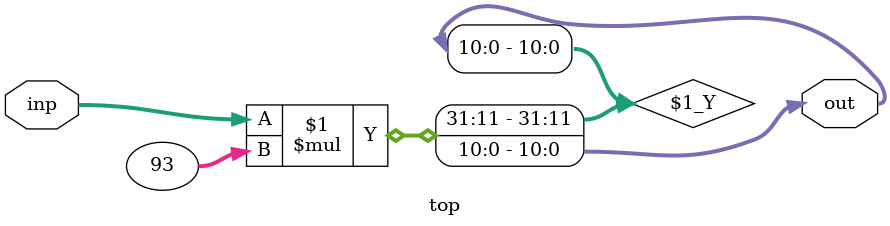
<source format=v>
module top(inp, out);
parameter width=3;
parameter outwidth=width+8;
parameter constant=93;

input signed [width-1:0] inp;
output signed [outwidth-1:0] out;

assign out = inp * constant;

endmodule
</source>
